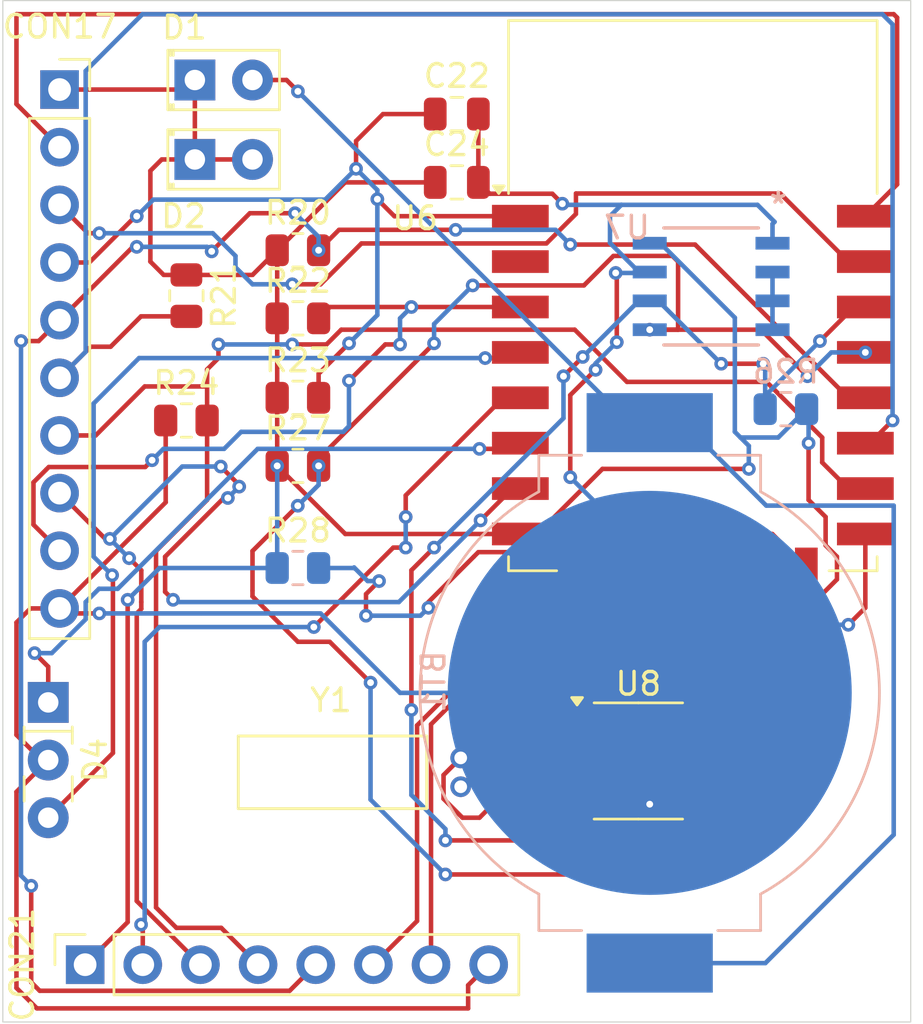
<source format=kicad_pcb>
(kicad_pcb (version 20240108) (generator "pcbnew") (generator_version "8.0")
  (layers (0 "F.Cu" signal) (31 "B.Cu" signal) (34 "B.Paste" user) (35 "F.Paste" user) (36 "B.SilkS" user "B.Silkscreen") (37 "F.SilkS" user "F.Silkscreen") (38 "B.Mask" user) (39 "F.Mask" user) (44 "Edge.Cuts" user))
  (net 0 "")
  (net 1 "GND")
  (net 2 "/RESET")
  (net 3 "VCC")
  (net 4 "Net-(BT1-+)")
  (net 5 "/R_LED")
  (net 6 "/G_LED")
  (net 7 "/SW_RESET")
  (net 8 "/GPIO2")
  (net 9 "/ENABLE")
  (net 10 "/COMM_TX")
  (net 11 "/SCL")
  (net 12 "/SDA")
  (net 13 "/GPIO6")
  (net 15 "/COMM_RX")
  (net 16 "/DEBUG_TX")
  (net 17 "/GPIO9")
  (net 18 "/LOAD_CONTROL")
  (net 19 "/DEBUG_RX")
  (net 23 "/GPIO10")
  (net 24 "Net-(U8-OSCI)")
  (net 25 "Net-(U8-OSCO)")
  (footprint "RF_Module:ESP-12E" (layer "F.Cu") (at 235.4 48.5)
    (property "Reference" "U6" (at -12.235 -3.41 0) (layer "F.SilkS"))
    (property "Value" "ESP-12E" (hide yes))
    (pad "1" smd rect (at -7.6 -3.5) (size 2.5 1) (layers "F.Cu" "F.Paste" "F.Mask") (net 2 "/RESET"))
    (pad "2" smd rect (at -7.6 -1.5) (size 2.5 1) (layers "F.Cu" "F.Paste" "F.Mask"))
    (pad "3" smd rect (at -7.6 0.5) (size 2.5 1) (layers "F.Cu" "F.Paste" "F.Mask") (net 9 "/ENABLE"))
    (pad "4" smd rect (at -7.6 2.5) (size 2.5 1) (layers "F.Cu" "F.Paste" "F.Mask") (net 6 "/G_LED"))
    (pad "5" smd rect (at -7.6 4.5) (size 2.5 1) (layers "F.Cu" "F.Paste" "F.Mask") (net 18 "/LOAD_CONTROL"))
    (pad "6" smd rect (at -7.6 6.5) (size 2.5 1) (layers "F.Cu" "F.Paste" "F.Mask") (net 5 "/R_LED"))
    (pad "7" smd rect (at -7.6 8.5) (size 2.5 1) (layers "F.Cu" "F.Paste" "F.Mask") (net 15 "/COMM_RX"))
    (pad "8" smd rect (at -7.6 10.5) (size 2.5 1) (layers "F.Cu" "F.Paste" "F.Mask") (net 3 "VCC"))
    (pad "9" smd rect (at -5 12) (size 1 1.8) (layers "F.Cu" "F.Paste" "F.Mask"))
    (pad "10" smd rect (at -3 12) (size 1 1.8) (layers "F.Cu" "F.Paste" "F.Mask"))
    (pad "11" smd rect (at -1 12) (size 1 1.8) (layers "F.Cu" "F.Paste" "F.Mask") (net 17 "/GPIO9"))
    (pad "12" smd rect (at 1 12) (size 1 1.8) (layers "F.Cu" "F.Paste" "F.Mask") (net 23 "/GPIO10"))
    (pad "13" smd rect (at 3 12) (size 1 1.8) (layers "F.Cu" "F.Paste" "F.Mask"))
    (pad "14" smd rect (at 5 12) (size 1 1.8) (layers "F.Cu" "F.Paste" "F.Mask") (net 13 "/GPIO6"))
    (pad "15" smd rect (at 7.6 10.5) (size 2.5 1) (layers "F.Cu" "F.Paste" "F.Mask") (net 1 "GND"))
    (pad "16" smd rect (at 7.6 8.5) (size 2.5 1) (layers "F.Cu" "F.Paste" "F.Mask") (net 10 "/COMM_TX"))
    (pad "17" smd rect (at 7.6 6.5) (size 2.5 1) (layers "F.Cu" "F.Paste" "F.Mask") (net 8 "/GPIO2"))
    (pad "18" smd rect (at 7.6 4.5) (size 2.5 1) (layers "F.Cu" "F.Paste" "F.Mask") (net 7 "/SW_RESET"))
    (pad "19" smd rect (at 7.6 2.5) (size 2.5 1) (layers "F.Cu" "F.Paste" "F.Mask") (net 12 "/SDA"))
    (pad "20" smd rect (at 7.6 0.5) (size 2.5 1) (layers "F.Cu" "F.Paste" "F.Mask") (net 11 "/SCL"))
    (pad "21" smd rect (at 7.6 -1.5) (size 2.5 1) (layers "F.Cu" "F.Paste" "F.Mask") (net 19 "/DEBUG_RX"))
    (pad "22" smd rect (at 7.6 -3.5) (size 2.5 1) (layers "F.Cu" "F.Paste" "F.Mask") (net 16 "/DEBUG_TX"))
  )
  (footprint "Capacitor_SMD:C_0805_2012Metric" (layer "F.Cu") (at 225 43.51)
    (property "Reference" "C24" (at 0 -1.68 0) (layer "F.SilkS"))
    (property "Value" "100nF")
    (pad "1" smd roundrect (at -0.95 0) (size 1 1.45) (layers "F.Cu" "F.Paste" "F.Mask") (net 3 "VCC"))
    (pad "2" smd roundrect (at 0.95 0) (size 1 1.45) (layers "F.Cu" "F.Paste" "F.Mask") (net 1 "GND"))
  )
  (footprint "Resistor_SMD:R_0805_2012Metric" (layer "F.Cu") (at 213.0875 54)
    (property "Reference" "R24" (at 0 -1.65 360) (layer "F.SilkS"))
    (property "Value" "12K" (hide yes))
    (pad "1" smd roundrect (at -0.9125 0) (size 1.025 1.4) (layers "F.Cu" "F.Paste" "F.Mask") (roundrect_rratio 0.243902) (net 1 "GND"))
    (pad "2" smd roundrect (at 0.9125 0) (size 1.025 1.4) (layers "F.Cu" "F.Paste" "F.Mask") (roundrect_rratio 0.243902) (net 10 "/COMM_TX"))
  )
  (footprint "Xtal_32.768:XTAL_AB38T-32.768KHZ" (layer "F.Cu") (at 225.1725 69.5)
    (property "Reference" "Y1" (at -5.715 -3.175 360) (layer "F.SilkS"))
    (property "Value" "AB38T-32.768KHZ" (hide yes))
    (pad "1" thru_hole circle (at 0 -0.635) (size 0.91 0.91) (drill 0.56) (layers "*.Cu" "*.Mask") (net 25 "Net-(U8-OSCO)"))
    (pad "2" thru_hole circle (at 0 0.635) (size 0.91 0.91) (drill 0.56) (layers "*.Cu" "*.Mask") (net 24 "Net-(U8-OSCI)"))
  )
  (footprint "Package_SO:SOIC-8_3.9x4.9mm_P1.27mm" (layer "F.Cu") (at 233 69)
    (property "Reference" "U8" (at 0 -3.4 0) (layer "F.SilkS"))
    (property "Value" "PCF8563T" (hide yes))
    (pad "1" smd roundrect (at -2.475 -1.905) (size 1.95 0.6) (layers "F.Cu" "F.Paste" "F.Mask") (net 24 "Net-(U8-OSCI)"))
    (pad "2" smd roundrect (at -2.475 -0.635) (size 1.95 0.6) (layers "F.Cu" "F.Paste" "F.Mask") (net 25 "Net-(U8-OSCO)"))
    (pad "3" smd roundrect (at -2.475 0.635) (size 1.95 0.6) (layers "F.Cu" "F.Paste" "F.Mask") (net 13 "/GPIO6"))
    (pad "4" smd roundrect (at -2.475 1.905) (size 1.95 0.6) (layers "F.Cu" "F.Paste" "F.Mask") (net 1 "GND"))
    (pad "5" smd roundrect (at 2.475 1.905) (size 1.95 0.6) (layers "F.Cu" "F.Paste" "F.Mask") (net 11 "/SCL"))
    (pad "6" smd roundrect (at 2.475 0.635) (size 1.95 0.6) (layers "F.Cu" "F.Paste" "F.Mask") (net 12 "/SDA"))
    (pad "7" smd roundrect (at 2.475 -0.635) (size 1.95 0.6) (layers "F.Cu" "F.Paste" "F.Mask"))
    (pad "8" smd roundrect (at 2.475 -1.905) (size 1.95 0.6) (layers "F.Cu" "F.Paste" "F.Mask") (net 3 "VCC"))
  )
  (footprint "Resistor_SMD:R_0805_2012Metric" (layer "F.Cu") (at 218 49.5)
    (property "Reference" "R22" (at 0 -1.65 360) (layer "F.SilkS"))
    (property "Value" "12K" (hide yes))
    (pad "1" smd roundrect (at -0.9125 0) (size 1.025 1.4) (layers "F.Cu" "F.Paste" "F.Mask") (roundrect_rratio 0.243902) (net 3 "VCC"))
    (pad "2" smd roundrect (at 0.9125 0) (size 1.025 1.4) (layers "F.Cu" "F.Paste" "F.Mask") (roundrect_rratio 0.243902) (net 9 "/ENABLE"))
  )
  (footprint "Connector_PinSocket_2.54mm:PinSocket_1x10_P2.54mm_Vertical" (layer "F.Cu") (at 207.5 39.42)
    (property "Reference" "CON17" (at 0 -2.77 0) (layer "F.SilkS"))
    (property "Value" "Conn_01x10_MountingPin" (hide yes))
    (pad "1" thru_hole rect (at 0 0) (size 1.7 1.7) (drill 1) (layers "*.Cu" "*.Mask") (net 3 "VCC"))
    (pad "2" thru_hole oval (at 0 2.54) (size 1.7 1.7) (drill 1) (layers "*.Cu" "*.Mask") (net 16 "/DEBUG_TX"))
    (pad "3" thru_hole oval (at 0 5.08) (size 1.7 1.7) (drill 1) (layers "*.Cu" "*.Mask") (net 19 "/DEBUG_RX"))
    (pad "4" thru_hole oval (at 0 7.62) (size 1.7 1.7) (drill 1) (layers "*.Cu" "*.Mask") (net 2 "/RESET"))
    (pad "5" thru_hole oval (at 0 10.16) (size 1.7 1.7) (drill 1) (layers "*.Cu" "*.Mask") (net 7 "/SW_RESET"))
    (pad "6" thru_hole oval (at 0 12.7) (size 1.7 1.7) (drill 1) (layers "*.Cu" "*.Mask") (net 8 "/GPIO2"))
    (pad "7" thru_hole oval (at 0 15.24) (size 1.7 1.7) (drill 1) (layers "*.Cu" "*.Mask") (net 10 "/COMM_TX"))
    (pad "8" thru_hole oval (at 0 17.78) (size 1.7 1.7) (drill 1) (layers "*.Cu" "*.Mask") (net 15 "/COMM_RX"))
    (pad "9" thru_hole oval (at 0 20.32) (size 1.7 1.7) (drill 1) (layers "*.Cu" "*.Mask") (net 9 "/ENABLE"))
    (pad "10" thru_hole oval (at 0 22.86) (size 1.7 1.7) (drill 1) (layers "*.Cu" "*.Mask") (net 1 "GND"))
  )
  (footprint "Resistor_SMD:R_0805_2012Metric" (layer "F.Cu") (at 218 53)
    (property "Reference" "R23" (at 0 -1.65 360) (layer "F.SilkS"))
    (property "Value" "12K" (hide yes))
    (pad "1" smd roundrect (at -0.9125 0) (size 1.025 1.4) (layers "F.Cu" "F.Paste" "F.Mask") (roundrect_rratio 0.243902) (net 3 "VCC"))
    (pad "2" smd roundrect (at 0.9125 0) (size 1.025 1.4) (layers "F.Cu" "F.Paste" "F.Mask") (roundrect_rratio 0.243902) (net 2 "/RESET"))
  )
  (footprint "Capacitor_SMD:C_0805_2012Metric" (layer "F.Cu") (at 225 40.5)
    (property "Reference" "C22" (at 0 -1.68 0) (layer "F.SilkS"))
    (property "Value" "470pF")
    (pad "1" smd roundrect (at -0.95 0) (size 1 1.45) (layers "F.Cu" "F.Paste" "F.Mask") (net 2 "/RESET"))
    (pad "2" smd roundrect (at 0.95 0) (size 1 1.45) (layers "F.Cu" "F.Paste" "F.Mask") (net 1 "GND"))
  )
  (footprint "LED_THT:LED_Rectangular_W5.0mm_H2.0mm-3Pins" (layer "F.Cu") (at 207 66.42 -90)
    (property "Reference" "D4" (at 2.54 -2.06 90) (layer "F.SilkS"))
    (property "Value" "LED_Dual_KKA" (hide yes))
    (pad "1" thru_hole rect (at 0 0 270) (size 1.8 1.8) (drill 0.9) (layers "*.Cu" "*.Mask") (net 5 "/R_LED"))
    (pad "2" thru_hole circle (at 2.54 0 270) (size 1.8 1.8) (drill 0.9) (layers "*.Cu" "*.Mask") (net 1 "GND"))
    (pad "3" thru_hole circle (at 5.08 0 270) (size 1.8 1.8) (drill 0.9) (layers "*.Cu" "*.Mask") (net 6 "/G_LED"))
  )
  (footprint "LED_THT:LED_D2.0mm_W4.8mm_H2.5mm_FlatTop" (layer "F.Cu") (at 213.46 39)
    (property "Reference" "D1" (at -0.46 -2.31 360) (layer "F.SilkS"))
    (property "Value" "1N4148" (hide yes))
    (pad "1" thru_hole rect (at 0 0) (size 1.8 1.8) (drill 0.9) (layers "*.Cu" "*.Mask") (net 3 "VCC"))
    (pad "2" thru_hole circle (at 2.54 0) (size 1.8 1.8) (drill 0.9) (layers "*.Cu" "*.Mask") (net 4 "Net-(BT1-+)"))
  )
  (footprint "Resistor_SMD:R_0805_2012Metric" (layer "F.Cu") (at 213.0875 48.5 -90)
    (property "Reference" "R21" (at 0 -1.65 90) (layer "F.SilkS"))
    (property "Value" "12K" (hide yes))
    (pad "1" smd roundrect (at -0.9125 0 270) (size 1.025 1.4) (layers "F.Cu" "F.Paste" "F.Mask") (roundrect_rratio 0.243902) (net 3 "VCC"))
    (pad "2" smd roundrect (at 0.9125 0 270) (size 1.025 1.4) (layers "F.Cu" "F.Paste" "F.Mask") (roundrect_rratio 0.243902) (net 8 "/GPIO2"))
  )
  (footprint "Resistor_SMD:R_0805_2012Metric" (layer "F.Cu") (at 218 46.5)
    (property "Reference" "R20" (at 0 -1.65 360) (layer "F.SilkS"))
    (property "Value" "12K" (hide yes))
    (pad "1" smd roundrect (at -0.9125 0) (size 1.025 1.4) (layers "F.Cu" "F.Paste" "F.Mask") (roundrect_rratio 0.243902) (net 3 "VCC"))
    (pad "2" smd roundrect (at 0.9125 0) (size 1.025 1.4) (layers "F.Cu" "F.Paste" "F.Mask") (roundrect_rratio 0.243902) (net 7 "/SW_RESET"))
  )
  (footprint "Resistor_SMD:R_0805_2012Metric" (layer "F.Cu") (at 218 56)
    (property "Reference" "R27" (at 0 -1.65 360) (layer "F.SilkS"))
    (property "Value" "1K")
    (pad "1" smd roundrect (at -0.9125 0) (size 1.025 1.4) (layers "F.Cu" "F.Paste" "F.Mask") (roundrect_rratio 0.243902) (net 3 "VCC"))
    (pad "2" smd roundrect (at 0.9125 0) (size 1.025 1.4) (layers "F.Cu" "F.Paste" "F.Mask") (roundrect_rratio 0.243902) (net 12 "/SDA"))
  )
  (footprint "Connector_PinSocket_2.54mm:PinSocket_1x08_P2.54mm_Vertical" (layer "F.Cu") (at 208.625 77.975 90)
    (property "Reference" "CON21" (at 0 -2.77 270) (layer "F.SilkS"))
    (property "Value" "Conn_01x08_MountingPin" (hide yes))
    (pad "1" thru_hole rect (at 0 0 90) (size 1.7 1.7) (drill 1) (layers "*.Cu" "*.Mask") (net 3 "VCC"))
    (pad "2" thru_hole oval (at 0 2.54 90) (size 1.7 1.7) (drill 1) (layers "*.Cu" "*.Mask") (net 18 "/LOAD_CONTROL"))
    (pad "3" thru_hole oval (at 0 5.08 90) (size 1.7 1.7) (drill 1) (layers "*.Cu" "*.Mask") (net 15 "/COMM_RX"))
    (pad "4" thru_hole oval (at 0 7.62 90) (size 1.7 1.7) (drill 1) (layers "*.Cu" "*.Mask") (net 10 "/COMM_TX"))
    (pad "5" thru_hole oval (at 0 10.16 90) (size 1.7 1.7) (drill 1) (layers "*.Cu" "*.Mask") (net 7 "/SW_RESET"))
    (pad "6" thru_hole oval (at 0 12.7 90) (size 1.7 1.7) (drill 1) (layers "*.Cu" "*.Mask") (net 17 "/GPIO9"))
    (pad "7" thru_hole oval (at 0 15.24 90) (size 1.7 1.7) (drill 1) (layers "*.Cu" "*.Mask") (net 23 "/GPIO10"))
    (pad "8" thru_hole oval (at 0 17.78 90) (size 1.7 1.7) (drill 1) (layers "*.Cu" "*.Mask") (net 1 "GND"))
  )
  (footprint "LED_THT:LED_D2.0mm_W4.8mm_H2.5mm_FlatTop" (layer "F.Cu") (at 213.46 42.5)
    (property "Reference" "D2" (at -0.5 2.5 0) (layer "F.SilkS"))
    (property "Value" "1N4148" (hide yes))
    (pad "1" thru_hole rect (at 0 0) (size 1.8 1.8) (drill 0.9) (layers "*.Cu" "*.Mask") (net 3 "VCC"))
    (pad "2" thru_hole circle (at 2.54 0) (size 1.8 1.8) (drill 0.9) (layers "*.Cu" "*.Mask") (net 3 "VCC"))
  )
  (footprint "Resistor_SMD:R_0805_2012Metric" (layer "B.Cu") (at 218 60.5 180)
    (property "Reference" "R28" (at 0 1.65 180) (layer "F.SilkS"))
    (property "Value" "1K")
    (pad "1" smd roundrect (at -0.9125 0 180) (size 1.025 1.4) (layers "B.Cu" "B.Paste" "B.Mask") (roundrect_rratio 0.243902) (net 13 "/GPIO6"))
    (pad "2" smd roundrect (at 0.9125 0 180) (size 1.025 1.4) (layers "B.Cu" "B.Paste" "B.Mask") (roundrect_rratio 0.243902) (net 3 "VCC"))
  )
  (footprint "Resistor_SMD:R_0805_2012Metric" (layer "B.Cu") (at 239.5 53.5 180)
    (property "Reference" "R26" (at 0 1.65 180) (layer "B.SilkS") (effects (justify mirror)))
    (property "Value" "1K")
    (pad "1" smd roundrect (at -0.9125 0 180) (size 1.025 1.4) (layers "B.Cu" "B.Paste" "B.Mask") (roundrect_rratio 0.243902) (net 3 "VCC"))
    (pad "2" smd roundrect (at 0.9125 0 180) (size 1.025 1.4) (layers "B.Cu" "B.Paste" "B.Mask") (roundrect_rratio 0.243902) (net 11 "/SCL"))
  )
  (footprint "Battery:BatteryHolder_MPD_BC2003_1x2032" (layer "B.Cu") (at 233.5 66 -90)
    (property "Reference" "BT1" (at -0.5 9.525 90) (layer "B.SilkS") (effects (justify mirror)))
    (property "Value" "Battery")
    (pad "1" smd rect (at -11.905 0 270) (size 2.6 5.56) (layers "B.Cu" "B.Paste" "B.Mask") (net 4 "Net-(BT1-+)"))
    (pad "1" smd rect (at 11.905 0 270) (size 2.6 5.56) (layers "B.Cu" "B.Paste" "B.Mask") (net 4 "Net-(BT1-+)"))
    (pad "2" smd circle (at 0 0 270) (size 17.8 17.8) (layers "B.Cu" "B.Mask") (net 1 "GND"))
  )
  (footprint "AT24C32:SOIC8_ONS" (layer "B.Cu") (at 236.2051 48.095 180)
    (property "Reference" "U7" (at 3.7051 2.595 0) (layer "B.SilkS") (effects (justify mirror)))
    (property "Value" "CAT24C32WI-GT3")
    (fp_text user "*" (at -2.9591 3.6068 180) (layer "B.SilkS") (effects (justify mirror)))
    (fp_text user "*" (at -2.9591 3.6068 0) (layer "B.SilkS") (effects (justify mirror)))
    (pad "1" smd rect (at -2.7051 1.905 180) (size 1.4986 0.5588) (layers "B.Cu" "B.Paste" "B.Mask") (net 1 "GND"))
    (pad "2" smd rect (at -2.7051 0.635 180) (size 1.4986 0.5588) (layers "B.Cu" "B.Paste" "B.Mask") (net 1 "GND"))
    (pad "3" smd rect (at -2.7051 -0.635 180) (size 1.4986 0.5588) (layers "B.Cu" "B.Paste" "B.Mask") (net 1 "GND"))
    (pad "4" smd rect (at -2.7051 -1.905 180) (size 1.4986 0.5588) (layers "B.Cu" "B.Paste" "B.Mask") (net 1 "GND"))
    (pad "5" smd rect (at 2.7051 -1.905 180) (size 1.4986 0.5588) (layers "B.Cu" "B.Paste" "B.Mask") (net 12 "/SDA"))
    (pad "6" smd rect (at 2.7051 -0.635 180) (size 1.4986 0.5588) (layers "B.Cu" "B.Paste" "B.Mask") (net 11 "/SCL"))
    (pad "7" smd rect (at 2.7051 0.635 180) (size 1.4986 0.5588) (layers "B.Cu" "B.Paste" "B.Mask") (net 1 "GND"))
    (pad "8" smd rect (at 2.7051 1.905 180) (size 1.4986 0.5588) (layers "B.Cu" "B.Paste" "B.Mask") (net 3 "VCC"))
  )
  (gr_rect (start 205 35.5) (end 245 80.5) (stroke (width 0.05)) (fill none) (layer "Edge.Cuts"))
  (segment (start 206.22 62.28) (end 205.6 62.9) (width 0.2) (layer "F.Cu") (net 1))
  (segment (start 230.525 70.905) (end 233.5 70.905) (width 0.2) (layer "F.Cu") (net 1))
  (segment (start 205.6 62.9) (end 205.6 67.85) (width 0.2) (layer "F.Cu") (net 1))
  (segment (start 225.5 79.9) (end 206.5 79.9) (width 0.2) (layer "F.Cu") (net 1))
  (segment (start 205.6 67.85) (end 206.71 68.96) (width 0.2) (layer "F.Cu") (net 1))
  (segment (start 243 62.25) (end 242.25 63) (width 0.2) (layer "F.Cu") (net 1))
  (segment (start 212.175 54) (end 212.175 57.605) (width 0.2) (layer "F.Cu") (net 1))
  (segment (start 206.5 79.9) (end 205.6 79) (width 0.2) (layer "F.Cu") (net 1))
  (segment (start 205.6 70.36) (end 207 68.96) (width 0.2) (layer "F.Cu") (net 1))
  (segment (start 230 56.5) (end 230 52.881376) (width 0.2) (layer "F.Cu") (net 1))
  (segment (start 225.95 43.51) (end 226.449938 44.009938) (width 0.2) (layer "F.Cu") (net 1))
  (segment (start 207.5 62.28) (end 206.22 62.28) (width 0.2) (layer "F.Cu") (net 1))
  (segment (start 230 52.881376) (end 231.114953 51.766423) (width 0.2) (layer "F.Cu") (net 1))
  (segment (start 225.5 78.88) (end 226.405 77.975) (width 0.2) (layer "F.Cu") (net 1))
  (segment (start 225.95 40.5) (end 225.95 43.51) (width 0.2) (layer "F.Cu") (net 1))
  (segment (start 232.049265 50.549265) (end 232.049265 47.549265) (width 0.2) (layer "F.Cu") (net 1))
  (segment (start 205.6 79) (end 205.6 70.36) (width 0.2) (layer "F.Cu") (net 1))
  (segment (start 232.049265 47.549265) (end 232 47.5) (width 0.2) (layer "F.Cu") (net 1))
  (segment (start 226.449938 44.009938) (end 229.209938 44.009938) (width 0.2) (layer "F.Cu") (net 1))
  (segment (start 225.5 79.9) (end 225.5 78.88) (width 0.2) (layer "F.Cu") (net 1))
  (segment (start 212.175 57.605) (end 207.5 62.28) (width 0.2) (layer "F.Cu") (net 1))
  (segment (start 209.25 62.5) (end 207.72 62.5) (width 0.2) (layer "F.Cu") (net 1))
  (segment (start 207.72 62.5) (end 207.5 62.28) (width 0.2) (layer "F.Cu") (net 1))
  (segment (start 243 59) (end 243 62.25) (width 0.2) (layer "F.Cu") (net 1))
  (segment (start 206.71 68.96) (end 207 68.96) (width 0.2) (layer "F.Cu") (net 1))
  (segment (start 229.209938 44.009938) (end 229.65 44.45) (width 0.2) (layer "F.Cu") (net 1))
  (via (at 231.114953 51.766423) (size 0.6) (drill 0.3) (layers "F.Cu" "B.Cu") (net 1))
  (via (at 232.049265 50.549265) (size 0.6) (drill 0.3) (layers "F.Cu" "B.Cu") (net 1))
  (via (at 229.65 44.45) (size 0.6) (drill 0.3) (layers "F.Cu" "B.Cu") (net 1))
  (via (at 230 56.5) (size 0.6) (drill 0.3) (layers "F.Cu" "B.Cu") (net 1))
  (via (at 242.25 63) (size 0.6) (drill 0.3) (layers "F.Cu" "B.Cu") (net 1))
  (via (at 209.25 62.5) (size 0.6) (drill 0.3) (layers "F.Cu" "B.Cu") (net 1))
  (via (at 233.5 70.905) (size 0.6) (drill 0.3) (layers "F.Cu" "B.Cu") (net 1))
  (via (at 232 47.5) (size 0.6) (drill 0.3) (layers "F.Cu" "B.Cu") (net 1))
  (segment (start 238.25 44.5) (end 239 45.25) (width 0.2) (layer "B.Cu") (net 1))
  (segment (start 232.25 44.5) (end 238.25 44.5) (width 0.2) (layer "B.Cu") (net 1))
  (segment (start 236.5 63) (end 233.5 66) (width 0.2) (layer "B.Cu") (net 1))
  (segment (start 233.5 60) (end 230 56.5) (width 0.2) (layer "B.Cu") (net 1))
  (segment (start 229.65 44.45) (end 229.7 44.5) (width 0.2) (layer "B.Cu") (net 1))
  (segment (start 229.7 44.5) (end 232.25 44.5) (width 0.2) (layer "B.Cu") (net 1))
  (segment (start 213.75 62.5) (end 209.25 62.5) (width 0.2) (layer "B.Cu") (net 1))
  (segment (start 222.5 66) (end 222.25 65.75) (width 0.2) (layer "B.Cu") (net 1))
  (segment (start 231.114953 51.766423) (end 231.114953 51.483577) (width 0.2) (layer "B.Cu") (net 1))
  (segment (start 233.46 47.5) (end 233.5 47.46) (width 0.2) (layer "B.Cu") (net 1))
  (segment (start 233.0301 47.46) (end 231.75 46.1799) (width 0.2) (layer "B.Cu") (net 1))
  (segment (start 232 47.5) (end 233.46 47.5) (width 0.2) (layer "B.Cu") (net 1))
  (segment (start 219 62.5) (end 213.75 62.5) (width 0.2) (layer "B.Cu") (net 1))
  (segment (start 238.9102 48.73) (end 238.9102 50) (width 0.2) (layer "B.Cu") (net 1))
  (segment (start 231.114953 51.483577) (end 232.049265 50.549265) (width 0.2) (layer "B.Cu") (net 1))
  (segment (start 231.75 45) (end 232.25 44.5) (width 0.2) (layer "B.Cu") (net 1))
  (segment (start 238.9102 47.46) (end 238.9102 48.73) (width 0.2) (layer "B.Cu") (net 1))
  (segment (start 231.75 46.1799) (end 231.75 45) (width 0.2) (layer "B.Cu") (net 1))
  (segment (start 233.5 47.46) (end 233.0301 47.46) (width 0.2) (layer "B.Cu") (net 1))
  (segment (start 242.25 63) (end 236.5 63) (width 0.2) (layer "B.Cu") (net 1))
  (segment (start 233.5 66) (end 233.5 60) (width 0.2) (layer "B.Cu") (net 1))
  (segment (start 238.9102 45.3398) (end 238.9102 46.19) (width 0.2) (layer "B.Cu") (net 1))
  (segment (start 222.25 65.75) (end 219 62.5) (width 0.2) (layer "B.Cu") (net 1))
  (segment (start 233.5 66) (end 222.5 66) (width 0.2) (layer "B.Cu") (net 1))
  (segment (start 239 45.25) (end 238.9102 45.3398) (width 0.2) (layer "B.Cu") (net 1))
  (segment (start 210.848529 45) (end 210.9 45) (width 0.2) (layer "F.Cu") (net 2))
  (segment (start 221.75 40.5) (end 224.05 40.5) (width 0.2) (layer "F.Cu") (net 2))
  (segment (start 220.561473 42.91) (end 220.561473 41.688527) (width 0.2) (layer "F.Cu") (net 2))
  (segment (start 220.561473 41.688527) (end 221.75 40.5) (width 0.2) (layer "F.Cu") (net 2))
  (segment (start 218.9125 53) (end 218.9125 51.941637) (width 0.2) (layer "F.Cu") (net 2))
  (segment (start 222.25 45) (end 221.5 44.25) (width 0.2) (layer "F.Cu") (net 2))
  (segment (start 227.8 45) (end 222.25 45) (width 0.2) (layer "F.Cu") (net 2))
  (segment (start 218.9125 51.941637) (end 220.254137 50.6) (width 0.2) (layer "F.Cu") (net 2))
  (segment (start 207.5 47.04) (end 208.808529 47.04) (width 0.2) (layer "F.Cu") (net 2))
  (segment (start 208.808529 47.04) (end 210.848529 45) (width 0.2) (layer "F.Cu") (net 2))
  (via (at 220.561473 42.91) (size 0.6) (drill 0.3) (layers "F.Cu" "B.Cu") (net 2))
  (via (at 210.9 45) (size 0.6) (drill 0.3) (layers "F.Cu" "B.Cu") (net 2))
  (via (at 221.5 44.25) (size 0.6) (drill 0.3) (layers "F.Cu" "B.Cu") (net 2))
  (via (at 220.254137 50.6) (size 0.6) (drill 0.3) (layers "F.Cu" "B.Cu") (net 2))
  (segment (start 221.5 44.25) (end 221.5 43.848527) (width 0.2) (layer "B.Cu") (net 2))
  (segment (start 210.9 45) (end 211.630515 44.269485) (width 0.2) (layer "B.Cu") (net 2))
  (segment (start 220.254137 50.6) (end 221.5 49.354137) (width 0.2) (layer "B.Cu") (net 2))
  (segment (start 221.5 43.848527) (end 220.561473 42.91) (width 0.2) (layer "B.Cu") (net 2))
  (segment (start 219.201988 44.269485) (end 220.561473 42.91) (width 0.2) (layer "B.Cu") (net 2))
  (segment (start 221.5 49.354137) (end 221.5 44.25) (width 0.2) (layer "B.Cu") (net 2))
  (segment (start 211.630515 44.269485) (end 219.201988 44.269485) (width 0.2) (layer "B.Cu") (net 2))
  (segment (start 213.46 42.5) (end 212 42.5) (width 0.2) (layer "F.Cu") (net 3))
  (segment (start 237.866765 56.133235) (end 231.416765 56.133235) (width 0.2) (layer "F.Cu") (net 3))
  (segment (start 217.0875 49.5) (end 217.0875 46.5) (width 0.2) (layer "F.Cu") (net 3))
  (segment (start 241.25 59.5) (end 241.25 58.25) (width 0.2) (layer "F.Cu") (net 3))
  (segment (start 216 47.5875) (end 217.0875 46.5) (width 0.2) (layer "F.Cu") (net 3))
  (segment (start 207.5 39.42) (end 213.04 39.42) (width 0.2) (layer "F.Cu") (net 3))
  (segment (start 220.0775 43.51) (end 224.05 43.51) (width 0.2) (layer "F.Cu") (net 3))
  (segment (start 213.46 42.5) (end 213.46 39) (width 0.2) (layer "F.Cu") (net 3))
  (segment (start 216 42.5) (end 213.46 42.5) (width 0.2) (layer "F.Cu") (net 3))
  (segment (start 213.0875 47.5875) (end 216 47.5875) (width 0.2) (layer "F.Cu") (net 3))
  (segment (start 241.25 58.25) (end 240.5 57.5) (width 0.2) (layer "F.Cu") (net 3))
  (segment (start 231.416765 56.133235) (end 228.55 59) (width 0.2) (layer "F.Cu") (net 3))
  (segment (start 212 42.5) (end 211.5 43) (width 0.2) (layer "F.Cu") (net 3))
  (segment (start 220.0875 59) (end 227.8 59) (width 0.2) (layer "F.Cu") (net 3))
  (segment (start 241.75 60.25) (end 241.75 60) (width 0.2) (layer "F.Cu") (net 3))
  (segment (start 241.75 61) (end 241.75 60.25) (width 0.2) (layer "F.Cu") (net 3))
  (segment (start 235.475 67.095) (end 235.655 67.095) (width 0.2) (layer "F.Cu") (net 3))
  (segment (start 228.55 59) (end 227.8 59) (width 0.2) (layer "F.Cu") (net 3))
  (segment (start 217.0875 56) (end 217.0875 53) (width 0.2) (layer "F.Cu") (net 3))
  (segment (start 240.5 57.5) (end 240.5 55) (width 0.2) (layer "F.Cu") (net 3))
  (segment (start 212.0875 47.5875) (end 213.0875 47.5875) (width 0.2) (layer "F.Cu") (net 3))
  (segment (start 217.0875 46.5) (end 220.0775 43.51) (width 0.2) (layer "F.Cu") (net 3))
  (segment (start 211.5 43) (end 211.5 47) (width 0.2) (layer "F.Cu") (net 3))
  (segment (start 241.75 60) (end 241.25 59.5) (width 0.2) (layer "F.Cu") (net 3))
  (segment (start 210.5 61.9) (end 210.5 76.1) (width 0.2) (layer "F.Cu") (net 3))
  (segment (start 210.5 76.1) (end 208.625 77.975) (width 0.2) (layer "F.Cu") (net 3))
  (segment (start 213.04 39.42) (end 213.46 39) (width 0.2) (layer "F.Cu") (net 3))
  (segment (start 217.0875 53) (end 217.0875 49.5) (width 0.2) (layer "F.Cu") (net 3))
  (segment (start 235.655 67.095) (end 241.75 61) (width 0.2) (layer "F.Cu") (net 3))
  (segment (start 211.5 47) (end 212.0875 47.5875) (width 0.2) (layer "F.Cu") (net 3))
  (segment (start 217.0875 56) (end 220.0875 59) (width 0.2) (layer "F.Cu") (net 3))
  (via (at 237.866765 56.133235) (size 0.6) (drill 0.3) (layers "F.Cu" "B.Cu") (net 3))
  (via (at 210.5 61.9) (size 0.6) (drill 0.3) (layers "F.Cu" "B.Cu") (net 3))
  (via (at 240.5 55) (size 0.6) (drill 0.3) (layers "F.Cu" "B.Cu") (net 3))
  (via (at 217.0875 56) (size 0.6) (drill 0.3) (layers "F.Cu" "B.Cu") (net 3))
  (segment (start 237.5 54.75) (end 239.1625 54.75) (width 0.2) (layer "B.Cu") (net 3))
  (segment (start 233.9699 46.19) (end 237.25 49.4701) (width 0.2) (layer "B.Cu") (net 3))
  (segment (start 233.5 46.19) (end 233.9699 46.19) (width 0.2) (layer "B.Cu") (net 3))
  (segment (start 237.25 54.5) (end 237.5 54.75) (width 0.2) (layer "B.Cu") (net 3))
  (segment (start 240.5 55) (end 240.5 53.5875) (width 0.2) (layer "B.Cu") (net 3))
  (segment (start 237.25 49.4701) (end 237.25 54.5) (width 0.2) (layer "B.Cu") (net 3))
  (segment (start 239.1625 54.75) (end 240.4125 53.5) (width 0.2) (layer "B.Cu") (net 3))
  (segment (start 217.0875 60.5) (end 211.9 60.5) (width 0.2) (layer "B.Cu") (net 3))
  (segment (start 217.0875 60.5) (end 217.0875 56) (width 0.2) (layer "B.Cu") (net 3))
  (segment (start 237.5 54.75) (end 237.866765 55.116765) (width 0.2) (layer "B.Cu") (net 3))
  (segment (start 237.866765 55.116765) (end 237.866765 56.133235) (width 0.2) (layer "B.Cu") (net 3))
  (segment (start 211.9 60.5) (end 210.5 61.9) (width 0.2) (layer "B.Cu") (net 3))
  (segment (start 240.5 53.5875) (end 240.4125 53.5) (width 0.2) (layer "B.Cu") (net 3))
  (segment (start 217.5 39) (end 218 39.5) (width 0.2) (layer "F.Cu") (net 4))
  (segment (start 216 39) (end 217.5 39) (width 0.2) (layer "F.Cu") (net 4))
  (via (at 218 39.5) (size 0.6) (drill 0.3) (layers "F.Cu" "B.Cu") (net 4))
  (segment (start 232.595 54.095) (end 233.5 54.095) (width 0.2) (layer "B.Cu") (net 4))
  (segment (start 238.635 57.75) (end 234.98 54.095) (width 0.2) (layer "B.Cu") (net 4))
  (segment (start 233.5 77.905) (end 238.595 77.905) (width 0.2) (layer "B.Cu") (net 4))
  (segment (start 218 39.5) (end 232.595 54.095) (width 0.2) (layer "B.Cu") (net 4))
  (segment (start 244.25 72.25) (end 244.25 57.75) (width 0.2) (layer "B.Cu") (net 4))
  (segment (start 244.25 57.75) (end 238.635 57.75) (width 0.2) (layer "B.Cu") (net 4))
  (segment (start 234.98 54.095) (end 233.5 54.095) (width 0.2) (layer "B.Cu") (net 4))
  (segment (start 238.595 77.905) (end 244.25 72.25) (width 0.2) (layer "B.Cu") (net 4))
  (segment (start 207 64.85) (end 206.4 64.25) (width 0.2) (layer "F.Cu") (net 5))
  (segment (start 207 66.42) (end 207 64.85) (width 0.2) (layer "F.Cu") (net 5))
  (segment (start 226 55.25) (end 227.55 55.25) (width 0.2) (layer "F.Cu") (net 5))
  (segment (start 227.55 55.25) (end 227.8 55) (width 0.2) (layer "F.Cu") (net 5))
  (via (at 226 55.25) (size 0.6) (drill 0.3) (layers "F.Cu" "B.Cu") (net 5))
  (via (at 206.4 64.25) (size 0.6) (drill 0.3) (layers "F.Cu" "B.Cu") (net 5))
  (segment (start 207.156346 64.25) (end 208.65 62.756346) (width 0.2) (layer "B.Cu") (net 5))
  (segment (start 208.65 62) (end 209.235735 61.414265) (width 0.2) (layer "B.Cu") (net 5))
  (segment (start 209.235735 61.414265) (end 210.062794 61.414265) (width 0.2) (layer "B.Cu") (net 5))
  (segment (start 216.227059 55.25) (end 226 55.25) (width 0.2) (layer "B.Cu") (net 5))
  (segment (start 210.062794 61.414265) (end 216.227059 55.25) (width 0.2) (layer "B.Cu") (net 5))
  (segment (start 206.4 64.25) (end 207.156346 64.25) (width 0.2) (layer "B.Cu") (net 5))
  (segment (start 208.65 62.756346) (end 208.65 62) (width 0.2) (layer "B.Cu") (net 5))
  (segment (start 209.85 60.85) (end 209.814265 60.814265) (width 0.2) (layer "F.Cu") (net 6))
  (segment (start 227.55 51.25) (end 227.8 51) (width 0.2) (layer "F.Cu") (net 6))
  (segment (start 209.85 68.65) (end 209.85 60.85) (width 0.2) (layer "F.Cu") (net 6))
  (segment (start 226.25 51.25) (end 227.55 51.25) (width 0.2) (layer "F.Cu") (net 6))
  (segment (start 207 71.5) (end 209.85 68.65) (width 0.2) (layer "F.Cu") (net 6))
  (via (at 226.25 51.25) (size 0.6) (drill 0.3) (layers "F.Cu" "B.Cu") (net 6))
  (via (at 209.814265 60.814265) (size 0.6) (drill 0.3) (layers "F.Cu" "B.Cu") (net 6))
  (segment (start 209 60) (end 209 53.25) (width 0.2) (layer "B.Cu") (net 6))
  (segment (start 211 51.25) (end 226.25 51.25) (width 0.2) (layer "B.Cu") (net 6))
  (segment (start 210.75 51.5) (end 211 51.25) (width 0.2) (layer "B.Cu") (net 6))
  (segment (start 209 53.25) (end 210.75 51.5) (width 0.2) (layer "B.Cu") (net 6))
  (segment (start 209.814265 60.814265) (end 209 60) (width 0.2) (layer "B.Cu") (net 6))
  (segment (start 243 53) (end 242.25 53) (width 0.2) (layer "F.Cu") (net 7))
  (segment (start 219.8125 45.6) (end 218.9125 46.5) (width 0.2) (layer "F.Cu") (net 7))
  (segment (start 214.200735 46.549265) (end 215.880515 44.869485) (width 0.2) (layer "F.Cu") (net 7))
  (segment (start 206.625 79.125) (end 206.25 78.75) (width 0.2) (layer "F.Cu") (net 7))
  (segment (start 206.25 78.75) (end 206.25 74.5) (width 0.2) (layer "F.Cu") (net 7))
  (segment (start 207.5 49.58) (end 210.73 46.35) (width 0.2) (layer "F.Cu") (net 7))
  (segment (start 210.73 46.35) (end 210.9 46.35) (width 0.2) (layer "F.Cu") (net 7))
  (segment (start 206.58 50.5) (end 207.5 49.58) (width 0.2) (layer "F.Cu") (net 7))
  (segment (start 224.948528 45.6) (end 219.8125 45.6) (width 0.2) (layer "F.Cu") (net 7))
  (segment (start 218.785 77.975) (end 217.635 79.125) (width 0.2) (layer "F.Cu") (net 7))
  (segment (start 215.880515 44.869485) (end 217.869485 44.869485) (width 0.2) (layer "F.Cu") (net 7))
  (segment (start 217.635 79.125) (end 206.625 79.125) (width 0.2) (layer "F.Cu") (net 7))
  (segment (start 242.25 53) (end 235.5 46.25) (width 0.2) (layer "F.Cu") (net 7))
  (segment (start 205.8 50.5) (end 206.58 50.5) (width 0.2) (layer "F.Cu") (net 7))
  (segment (start 235.5 46.25) (end 230 46.25) (width 0.2) (layer "F.Cu") (net 7))
  (via (at 224.948528 45.6) (size 0.6) (drill 0.3) (layers "F.Cu" "B.Cu") (net 7))
  (via (at 205.8 50.5) (size 0.6) (drill 0.3) (layers "F.Cu" "B.Cu") (net 7))
  (via (at 217.869485 44.869485) (size 0.6) (drill 0.3) (layers "F.Cu" "B.Cu") (net 7))
  (via (at 230 46.25) (size 0.6) (drill 0.3) (layers "F.Cu" "B.Cu") (net 7))
  (via (at 218.9125 46.5) (size 0.6) (drill 0.3) (layers "F.Cu" "B.Cu") (net 7))
  (via (at 206.25 74.5) (size 0.6) (drill 0.3) (layers "F.Cu" "B.Cu") (net 7))
  (via (at 210.9 46.35) (size 0.6) (drill 0.3) (layers "F.Cu" "B.Cu") (net 7))
  (via (at 214.200735 46.549265) (size 0.6) (drill 0.3) (layers "F.Cu" "B.Cu") (net 7))
  (segment (start 214.00147 46.35) (end 214.200735 46.549265) (width 0.2) (layer "B.Cu") (net 7))
  (segment (start 210.9 46.35) (end 214.00147 46.35) (width 0.2) (layer "B.Cu") (net 7))
  (segment (start 205.8 74.05) (end 205.8 50.5) (width 0.2) (layer "B.Cu") (net 7))
  (segment (start 206.25 74.5) (end 205.8 74.05) (width 0.2) (layer "B.Cu") (net 7))
  (segment (start 230 46.25) (end 229.35 45.6) (width 0.2) (layer "B.Cu") (net 7))
  (segment (start 229.35 45.6) (end 224.948528 45.6) (width 0.2) (layer "B.Cu") (net 7))
  (segment (start 218.9125 45.9125) (end 218.9125 46.5) (width 0.2) (layer "B.Cu") (net 7))
  (segment (start 217.869485 44.869485) (end 218.9125 45.9125) (width 0.2) (layer "B.Cu") (net 7))
  (segment (start 211.0875 49.4125) (end 213.0875 49.4125) (width 0.2) (layer "F.Cu") (net 8))
  (segment (start 207.5 52.12) (end 208.87 50.75) (width 0.2) (layer "F.Cu") (net 8))
  (segment (start 209.75 50.75) (end 211.0875 49.4125) (width 0.2) (layer "F.Cu") (net 8))
  (segment (start 208.87 50.75) (end 209.75 50.75) (width 0.2) (layer "F.Cu") (net 8))
  (segment (start 243 55) (end 243.200002 55) (width 0.2) (layer "F.Cu") (net 8))
  (segment (start 243.200002 55) (end 244.2 54.000002) (width 0.2) (layer "F.Cu") (net 8))
  (via (at 244.2 54.000002) (size 0.6) (drill 0.3) (layers "F.Cu" "B.Cu") (net 8))
  (segment (start 243.75 36.1) (end 211.15 36.1) (width 0.2) (layer "B.Cu") (net 8))
  (segment (start 208.65 38.6) (end 208.65 50.97) (width 0.2) (layer "B.Cu") (net 8))
  (segment (start 244.2 54.000002) (end 244.2 36.55) (width 0.2) (layer "B.Cu") (net 8))
  (segment (start 208.65 50.97) (end 207.5 52.12) (width 0.2) (layer "B.Cu") (net 8))
  (segment (start 211.15 36.1) (end 208.65 38.6) (width 0.2) (layer "B.Cu") (net 8))
  (segment (start 244.2 36.55) (end 243.75 36.1) (width 0.2) (layer "B.Cu") (net 8))
  (segment (start 223 49) (end 219.4125 49) (width 0.2) (layer "F.Cu") (net 9))
  (segment (start 227.8 49) (end 223 49) (width 0.2) (layer "F.Cu") (net 9))
  (segment (start 211.275 56.05) (end 211.575 55.75) (width 0.2) (layer "F.Cu") (net 9))
  (segment (start 206.35 58.59) (end 206.35 56.723654) (width 0.2) (layer "F.Cu") (net 9))
  (segment (start 219.4125 49) (end 218.9125 49.5) (width 0.2) (layer "F.Cu") (net 9))
  (segment (start 207.5 59.74) (end 206.35 58.59) (width 0.2) (layer "F.Cu") (net 9))
  (segment (start 206.35 56.723654) (end 206.911827 56.161827) (width 0.2) (layer "F.Cu") (net 9))
  (segment (start 206.911827 56.161827) (end 207.023654 56.05) (width 0.2) (layer "F.Cu") (net 9))
  (segment (start 221.85 50.65) (end 222.5 50.65) (width 0.2) (layer "F.Cu") (net 9))
  (segment (start 207.023654 56.05) (end 211.275 56.05) (width 0.2) (layer "F.Cu") (net 9))
  (segment (start 220.25 52.25) (end 221.85 50.65) (width 0.2) (layer "F.Cu") (net 9))
  (via (at 222.5 50.65) (size 0.6) (drill 0.3) (layers "F.Cu" "B.Cu") (net 9))
  (via (at 211.575 55.75) (size 0.6) (drill 0.3) (layers "F.Cu" "B.Cu") (net 9))
  (via (at 223 49) (size 0.6) (drill 0.3) (layers "F.Cu" "B.Cu") (net 9))
  (via (at 220.25 52.25) (size 0.6) (drill 0.3) (layers "F.Cu" "B.Cu") (net 9))
  (segment (start 220.25 54.25) (end 220.25 52.25) (width 0.2) (layer "B.Cu") (net 9))
  (segment (start 212.075 55.25) (end 214.75 55.25) (width 0.2) (layer "B.Cu") (net 9))
  (segment (start 214.75 55.25) (end 215.5 54.5) (width 0.2) (layer "B.Cu") (net 9))
  (segment (start 222.5 49.5) (end 223 49) (width 0.2) (layer "B.Cu") (net 9))
  (segment (start 220 54.5) (end 220.25 54.25) (width 0.2) (layer "B.Cu") (net 9))
  (segment (start 215.5 54.5) (end 220 54.5) (width 0.2) (layer "B.Cu") (net 9))
  (segment (start 222.5 50.65) (end 222.5 49.5) (width 0.2) (layer "B.Cu") (net 9))
  (segment (start 211.575 55.75) (end 212.075 55.25) (width 0.2) (layer "B.Cu") (net 9))
  (segment (start 214 51.75) (end 214 52.5) (width 0.2) (layer "F.Cu") (net 10))
  (segment (start 211.75 75.454314) (end 211.75 59.75) (width 0.2) (layer "F.Cu") (net 10))
  (segment (start 214.622157 76.352157) (end 212.647843 76.352157) (width 0.2) (layer "F.Cu") (net 10))
  (segment (start 214.5 51.25) (end 214 51.75) (width 0.2) (layer "F.Cu") (net 10))
  (segment (start 214.5 50.65) (end 214.5 51.25) (width 0.2) (layer "F.Cu") (net 10))
  (segment (start 216.245 77.975) (end 214.622157 76.352157) (width 0.2) (layer "F.Cu") (net 10))
  (segment (start 211.25 52.5) (end 214 52.5) (width 0.2) (layer "F.Cu") (net 10))
  (segment (start 219.909744 50) (end 219.259744 50.65) (width 0.2) (layer "F.Cu") (net 10))
  (segment (start 242.25 57) (end 241.1 55.85) (width 0.2) (layer "F.Cu") (net 10))
  (segment (start 230.197059 50) (end 219.909744 50) (width 0.2) (layer "F.Cu") (net 10))
  (segment (start 214 52.5) (end 214 54) (width 0.2) (layer "F.Cu") (net 10))
  (segment (start 207.5 54.66) (end 209.09 54.66) (width 0.2) (layer "F.Cu") (net 10))
  (segment (start 209.09 54.66) (end 211.25 52.5) (width 0.2) (layer "F.Cu") (net 10))
  (segment (start 219.259744 50.65) (end 217.75 50.65) (width 0.2) (layer "F.Cu") (net 10))
  (segment (start 243 57) (end 242.25 57) (width 0.2) (layer "F.Cu") (net 10))
  (segment (start 241.1 55.85) (end 241.1 54.751471) (width 0.2) (layer "F.Cu") (net 10))
  (segment (start 212.647843 76.352157) (end 211.75 75.454314) (width 0.2) (layer "F.Cu") (net 10))
  (segment (start 238.647793 52.299264) (end 232.496323 52.299264) (width 0.2) (layer "F.Cu") (net 10))
  (segment (start 214 57.5) (end 214 54) (width 0.2) (layer "F.Cu") (net 10))
  (segment (start 232.496323 52.299264) (end 230.197059 50) (width 0.2) (layer "F.Cu") (net 10))
  (segment (start 211.75 59.75) (end 214 57.5) (width 0.2) (layer "F.Cu") (net 10))
  (segment (start 241.1 54.751471) (end 238.647793 52.299264) (width 0.2) (layer "F.Cu") (net 10))
  (via (at 217.75 50.65) (size 0.6) (drill 0.3) (layers "F.Cu" "B.Cu") (net 10))
  (via (at 214.5 50.65) (size 0.6) (drill 0.3) (layers "F.Cu" "B.Cu") (net 10))
  (segment (start 217.75 50.65) (end 214.5 50.65) (width 0.2) (layer "B.Cu") (net 10))
  (segment (start 223 66.75) (end 223 60.6) (width 0.2) (layer "F.Cu") (net 11))
  (segment (start 229.700735 52.049265) (end 230.549265 51.200735) (width 0.2) (layer "F.Cu") (net 11))
  (segment (start 224.5 72.5) (end 234.929866 72.5) (width 0.2) (layer "F.Cu") (net 11))
  (segment (start 235.5 71.5) (end 235.475 71.475) (width 0.2) (layer "F.Cu") (net 11))
  (segment (start 242.5 49) (end 243 49) (width 0.2) (layer "F.Cu") (net 11))
  (segment (start 235.5 71.929866) (end 235.5 71.5) (width 0.2) (layer "F.Cu") (net 11))
  (segment (start 236.65 51.5) (end 238.5 51.5) (width 0.2) (layer "F.Cu") (net 11))
  (segment (start 235.475 71.475) (end 235.475 70.905) (width 0.2) (layer "F.Cu") (net 11))
  (segment (start 241 50.5) (end 242.5 49) (width 0.2) (layer "F.Cu") (net 11))
  (segment (start 223 60.6) (end 224 59.6) (width 0.2) (layer "F.Cu") (net 11))
  (segment (start 234.929866 72.5) (end 235.5 71.929866) (width 0.2) (layer "F.Cu") (net 11))
  (via (at 236.65 51.5) (size 0.6) (drill 0.3) (layers "F.Cu" "B.Cu") (net 11))
  (via (at 238.5 51.5) (size 0.6) (drill 0.3) (layers "F.Cu" "B.Cu") (net 11))
  (via (at 241 50.5) (size 0.6) (drill 0.3) (layers "F.Cu" "B.Cu") (net 11))
  (via (at 224 59.6) (size 0.6) (drill 0.3) (layers "F.Cu" "B.Cu") (net 11))
  (via (at 223 66.75) (size 0.6) (drill 0.3) (layers "F.Cu" "B.Cu") (net 11))
  (via (at 230.549265 51.200735) (size 0.6) (drill 0.3) (layers "F.Cu" "B.Cu") (net 11))
  (via (at 229.700735 52.049265) (size 0.6) (drill 0.3) (layers "F.Cu" "B.Cu") (net 11))
  (via (at 224.5 72.5) (size 0.6) (drill 0.3) (layers "F.Cu" "B.Cu") (net 11))
  (segment (start 230.549265 51.200735) (end 233.02 48.73) (width 0.2) (layer "B.Cu") (net 11))
  (segment (start 233.88 48.73) (end 236.65 51.5) (width 0.2) (layer "B.Cu") (net 11))
  (segment (start 229.700735 53.899265) (end 229.700735 52.049265) (width 0.2) (layer "B.Cu") (net 11))
  (segment (start 224.5 72.5) (end 224.5 72) (width 0.2) (layer "B.Cu") (net 11))
  (segment (start 223 70.5) (end 223 66.75) (width 0.2) (layer "B.Cu") (net 11))
  (segment (start 238.5 51.5) (end 238.5875 51.5875) (width 0.2) (layer "B.Cu") (net 11))
  (segment (start 233.5 48.73) (end 233.88 48.73) (width 0.2) (layer "B.Cu") (net 11))
  (segment (start 238.5875 51.5875) (end 238.5875 53.5) (width 0.2) (layer "B.Cu") (net 11))
  (segment (start 238.5875 53.5) (end 238.5875 52.9125) (width 0.2) (layer "B.Cu") (net 11))
  (segment (start 224 59.6) (end 229.700735 53.899265) (width 0.2) (layer "B.Cu") (net 11))
  (segment (start 224.5 72) (end 223 70.5) (width 0.2) (layer "B.Cu") (net 11))
  (segment (start 233.02 48.73) (end 233.5 48.73) (width 0.2) (layer "B.Cu") (net 11))
  (segment (start 238.5875 52.9125) (end 241 50.5) (width 0.2) (layer "B.Cu") (net 11))
  (segment (start 236.75 71.245552) (end 233.995552 74) (width 0.2) (layer "F.Cu") (net 12))
  (segment (start 233.5 50) (end 238.40147 50) (width 0.2) (layer "F.Cu") (net 12))
  (segment (start 231.901471 46.75) (end 234.5 46.75) (width 0.2) (layer "F.Cu") (net 12))
  (segment (start 219.40147 63.75) (end 218 63.75) (width 0.2) (layer "F.Cu") (net 12))
  (segment (start 235.475 69.635) (end 236.449999 69.635) (width 0.2) (layer "F.Cu") (net 12))
  (segment (start 216 61.5) (end 216 59.75) (width 0.2) (layer "F.Cu") (net 12))
  (segment (start 238.40147 50) (end 240.450735 52.049265) (width 0.2) (layer "F.Cu") (net 12))
  (segment (start 218.9125 55.6875) (end 224 50.6) (width 0.2) (layer "F.Cu") (net 12))
  (segment (start 234.75 47) (end 234.75 50) (width 0.2) (layer "F.Cu") (net 12))
  (segment (start 234.5 46.75) (end 234.75 47) (width 0.2) (layer "F.Cu") (net 12))
  (segment (start 216 61.75) (end 216 61.5) (width 0.2) (layer "F.Cu") (net 12))
  (segment (start 233.995552 74) (end 224.5 74) (width 0.2) (layer "F.Cu") (net 12))
  (segment (start 230.602206 48.049265) (end 231.901471 46.75) (width 0.2) (layer "F.Cu") (net 12))
  (segment (start 216 59.75) (end 217.994485 57.755515) (width 0.2) (layer "F.Cu") (net 12))
  (segment (start 234.75 50) (end 233.5 50) (width 0.2) (layer "F.Cu") (net 12))
  (segment (start 218 63.75) (end 216 61.75) (width 0.2) (layer "F.Cu") (net 12))
  (segment (start 221.200735 65.549265) (end 219.40147 63.75) (width 0.2) (layer "F.Cu") (net 12))
  (segment (start 236.449999 69.635) (end 236.75 69.935001) (width 0.2) (layer "F.Cu") (net 12))
  (segment (start 218.9125 56) (end 218.9125 55.6875) (width 0.2) (layer "F.Cu") (net 12))
  (segment (start 225.700735 48.049265) (end 230.602206 48.049265) (width 0.2) (layer "F.Cu") (net 12))
  (segment (start 236.75 69.935001) (end 236.75 71.245552) (width 0.2) (layer "F.Cu") (net 12))
  (via (at 218.9125 56) (size 0.6) (drill 0.3) (layers "F.Cu" "B.Cu") (net 12))
  (via (at 221.200735 65.549265) (size 0.6) (drill 0.3) (layers "F.Cu" "B.Cu") (net 12))
  (via (at 233.5 50) (size 0.6) (drill 0.3) (layers "F.Cu" "B.Cu") (net 12))
  (via (at 224 50.6) (size 0.6) (drill 0.3) (layers "F.Cu" "B.Cu") (net 12))
  (via (at 240.450735 52.049265) (size 0.6) (drill 0.3) (layers "F.Cu" "B.Cu") (net 12))
  (via (at 243 51) (size 0.6) (drill 0.3) (layers "F.Cu" "B.Cu") (net 12))
  (via (at 224.5 74) (size 0.6) (drill 0.3) (layers "F.Cu" "B.Cu") (net 12))
  (via (at 217.994485 57.755515) (size 0.6) (drill 0.3) (layers "F.Cu" "B.Cu") (net 12))
  (via (at 225.700735 48.049265) (size 0.6) (drill 0.3) (layers "F.Cu" "B.Cu") (net 12))
  (segment (start 217.994485 57.755515) (end 218.9125 56.8375) (width 0.2) (layer "B.Cu") (net 12))
  (segment (start 218.9125 56.8375) (end 218.9125 56) (width 0.2) (layer "B.Cu") (net 12))
  (segment (start 224 50.6) (end 224 49.75) (width 0.2) (layer "B.Cu") (net 12))
  (segment (start 224.5 74) (end 221.200735 70.700735) (width 0.2) (layer "B.Cu") (net 12))
  (segment (start 241.5 51) (end 243 51) (width 0.2) (layer "B.Cu") (net 12))
  (segment (start 240.450735 52.049265) (end 241.5 51) (width 0.2) (layer "B.Cu") (net 12))
  (segment (start 224 49.75) (end 225.700735 48.049265) (width 0.2) (layer "B.Cu") (net 12))
  (segment (start 221.200735 70.700735) (end 221.200735 65.549265) (width 0.2) (layer "B.Cu") (net 12))
  (segment (start 229.35 59.4) (end 229.35 59.8) (width 0.2) (layer "F.Cu") (net 13))
  (segment (start 221 62.6) (end 221 61.649264) (width 0.2) (layer "F.Cu") (net 13))
  (segment (start 230.525 69.635) (end 230.870552 69.635) (width 0.2) (layer "F.Cu") (net 13))
  (segment (start 237.65 63.25) (end 240.4 60.5) (width 0.2) (layer "F.Cu") (net 13))
  (segment (start 234.25 63.75) (end 234.75 63.25) (width 0.2) (layer "F.Cu") (net 13))
  (segment (start 228 59.8) (end 225.95 59.8) (width 0.2) (layer "F.Cu") (net 13))
  (segment (start 229.35 59.8) (end 228 59.8) (width 0.2) (layer "F.Cu") (net 13))
  (segment (start 229.75 59) (end 229.35 59.4) (width 0.2) (layer "F.Cu") (net 13))
  (segment (start 225.95 59.8) (end 225.75 60) (width 0.2) (layer "F.Cu") (net 13))
  (segment (start 221 61.649264) (end 221.574632 61.074632) (width 0.2) (layer "F.Cu") (net 13))
  (segment (start 234.75 63.25) (end 237.65 63.25) (width 0.2) (layer "F.Cu") (net 13))
  (segment (start 230.870552 69.635) (end 234.25 66.255552) (width 0.2) (layer "F.Cu") (net 13))
  (segment (start 234.25 66.255552) (end 234.25 63.75) (width 0.2) (layer "F.Cu") (net 13))
  (segment (start 240.4 60.5) (end 238.9 59) (width 0.2) (layer "F.Cu") (net 13))
  (segment (start 238.9 59) (end 229.75 59) (width 0.2) (layer "F.Cu") (net 13))
  (segment (start 225.75 60) (end 223.75 62) (width 0.2) (layer "F.Cu") (net 13))
  (segment (start 223.75 62) (end 223.75 62.25) (width 0.2) (layer "F.Cu") (net 13))
  (via (at 223.75 62.25) (size 0.6) (drill 0.3) (layers "F.Cu" "B.Cu") (net 13))
  (via (at 221 62.6) (size 0.6) (drill 0.3) (layers "F.Cu" "B.Cu") (net 13))
  (via (at 221.574632 61.074632) (size 0.6) (drill 0.3) (layers "F.Cu" "B.Cu") (net 13))
  (segment (start 220.476103 60.476103) (end 220.452206 60.5) (width 0.2) (layer "B.Cu") (net 13))
  (segment (start 223.75 62.25) (end 223.4 62.6) (width 0.2) (layer "B.Cu") (net 13))
  (segment (start 223.4 62.6) (end 221 62.6) (width 0.2) (layer "B.Cu") (net 13))
  (segment (start 221.074632 61.074632) (end 220.476103 60.476103) (width 0.2) (layer "B.Cu") (net 13))
  (segment (start 220.452206 60.5) (end 218.9125 60.5) (width 0.2) (layer "B.Cu") (net 13))
  (segment (start 221.574632 61.074632) (end 221.074632 61.074632) (width 0.2) (layer "B.Cu") (net 13))
  (segment (start 215.412795 56.912794) (end 215.412795 56.841327) (width 0.2) (layer "F.Cu") (net 15))
  (segment (start 211.1 62.3) (end 211.1 62) (width 0.2) (layer "F.Cu") (net 15))
  (segment (start 214.737205 57.412795) (end 214.912794 57.412795) (width 0.2) (layer "F.Cu") (net 15))
  (segment (start 209.515735 59.215735) (end 207.5 57.2) (width 0.2) (layer "F.Cu") (net 15))
  (segment (start 213.705 77.975) (end 210.9 75.17) (width 0.2) (layer "F.Cu") (net 15))
  (segment (start 210.9 62.5) (end 211.1 62.3) (width 0.2) (layer "F.Cu") (net 15))
  (segment (start 227.8 57) (end 227.448527 57) (width 0.2) (layer "F.Cu") (net 15))
  (segment (start 212.5 61.9) (end 212.15 61.55) (width 0.2) (layer "F.Cu") (net 15))
  (segment (start 215.412795 56.841327) (end 214.6 56.028532) (width 0.2) (layer "F.Cu") (net 15))
  (segment (start 211.1 62) (end 211.1 60.6) (width 0.2) (layer "F.Cu") (net 15))
  (segment (start 211.1 60.6) (end 210.564265 60.064265) (width 0.2) (layer "F.Cu") (net 15))
  (segment (start 209.715735 59.215735) (end 209.515735 59.215735) (width 0.2) (layer "F.Cu") (net 15))
  (segment (start 227.448527 57) (end 226.048527 58.4) (width 0.2) (layer "F.Cu") (net 15))
  (segment (start 210.9 75.17) (end 210.9 62.5) (width 0.2) (layer "F.Cu") (net 15))
  (segment (start 212.15 60) (end 214.737205 57.412795) (width 0.2) (layer "F.Cu") (net 15))
  (segment (start 212.15 61.55) (end 212.15 60) (width 0.2) (layer "F.Cu") (net 15))
  (via (at 214.912794 57.412795) (size 0.6) (drill 0.3) (layers "F.Cu" "B.Cu") (net 15))
  (via (at 215.412795 56.912794) (size 0.6) (drill 0.3) (layers "F.Cu" "B.Cu") (net 15))
  (via (at 226.048527 58.4) (size 0.6) (drill 0.3) (layers "F.Cu" "B.Cu") (net 15))
  (via (at 210.564265 60.064265) (size 0.6) (drill 0.3) (layers "F.Cu" "B.Cu") (net 15))
  (via (at 212.5 61.9) (size 0.6) (drill 0.3) (layers "F.Cu" "B.Cu") (net 15))
  (via (at 209.715735 59.215735) (size 0.6) (drill 0.3) (layers "F.Cu" "B.Cu") (net 15))
  (via (at 214.6 56.028532) (size 0.6) (drill 0.3) (layers "F.Cu" "B.Cu") (net 15))
  (segment (start 212.5 62) (end 212.5 61.9) (width 0.2) (layer "B.Cu") (net 15))
  (segment (start 214.6 56.028532) (end 212.902938 56.028532) (width 0.2) (layer "B.Cu") (net 15))
  (segment (start 226.048527 58.4) (end 226.048527 58.400002) (width 0.2) (layer "B.Cu") (net 15))
  (segment (start 210.564265 60.064265) (end 209.715735 59.215735) (width 0.2) (layer "B.Cu") (net 15))
  (segment (start 212.902938 56.028532) (end 209.715735 59.215735) (width 0.2) (layer "B.Cu") (net 15))
  (segment (start 222.448529 62) (end 212.5 62) (width 0.2) (layer "B.Cu") (net 15))
  (segment (start 214.912794 57.412795) (end 215.412795 56.912794) (width 0.2) (layer "B.Cu") (net 15))
  (segment (start 226.048527 58.400002) (end 222.448529 62) (width 0.2) (layer "B.Cu") (net 15))
  (segment (start 244.4 43.6) (end 243 45) (width 0.2) (layer "F.Cu") (net 16))
  (segment (start 244.25 36.1) (end 244.4 36.25) (width 0.2) (layer "F.Cu") (net 16))
  (segment (start 244.4 36.25) (end 244.4 43.6) (width 0.2) (layer "F.Cu") (net 16))
  (segment (start 207.5 41.96) (end 205.6 40.06) (width 0.2) (layer "F.Cu") (net 16))
  (segment (start 205.6 40.06) (end 205.6 36.1) (width 0.2) (layer "F.Cu") (net 16))
  (segment (start 205.6 36.1) (end 244.25 36.1) (width 0.2) (layer "F.Cu") (net 16))
  (segment (start 228.217157 62.467158) (end 228.334314 62.35) (width 0.2) (layer "F.Cu") (net 17))
  (segment (start 223.25 76.05) (end 223.25 67.434315) (width 0.2) (layer "F.Cu") (net 17))
  (segment (start 228.334314 62.35) (end 234.25 62.35) (width 0.2) (layer "F.Cu") (net 17))
  (segment (start 234.4 62.2) (end 234.4 60.5) (width 0.2) (layer "F.Cu") (net 17))
  (segment (start 223.25 67.434315) (end 228.217157 62.467158) (width 0.2) (layer "F.Cu") (net 17))
  (segment (start 234.25 62.35) (end 234.4 62.2) (width 0.2) (layer "F.Cu") (net 17))
  (segment (start 221.325 77.975) (end 223.25 76.05) (width 0.2) (layer "F.Cu") (net 17))
  (segment (start 222.75 57.3) (end 227.05 53) (width 0.2) (layer "F.Cu") (net 18))
  (segment (start 222.75 58.25) (end 222.75 57.3) (width 0.2) (layer "F.Cu") (net 18))
  (segment (start 227.05 53) (end 227.8 53) (width 0.2) (layer "F.Cu") (net 18))
  (segment (start 211.165 76.283527) (end 211.090088 76.208615) (width 0.2) (layer "F.Cu") (net 18))
  (segment (start 211.165 77.975) (end 211.165 76.283527) (width 0.2) (layer "F.Cu") (net 18))
  (segment (start 222.200735 59.6) (end 222.75 59.6) (width 0.2) (layer "F.Cu") (net 18))
  (segment (start 218.700735 63.1) (end 222.200735 59.6) (width 0.2) (layer "F.Cu") (net 18))
  (via (at 222.75 59.6) (size 0.6) (drill 0.3) (layers "F.Cu" "B.Cu") (net 18))
  (via (at 211.090088 76.208615) (size 0.6) (drill 0.3) (layers "F.Cu" "B.Cu") (net 18))
  (via (at 222.75 58.25) (size 0.6) (drill 0.3) (layers "F.Cu" "B.Cu") (net 18))
  (via (at 218.700735 63.1) (size 0.6) (drill 0.3) (layers "F.Cu" "B.Cu") (net 18))
  (segment (start 211.090088 76.208615) (end 211.25 76.048703) (width 0.2) (layer "B.Cu") (net 18))
  (segment (start 222.75 59.6) (end 222.75 58.25) (width 0.2) (layer "B.Cu") (net 18))
  (segment (start 211.25 76.048703) (end 211.25 63.75) (width 0.2) (layer "B.Cu") (net 18))
  (segment (start 211.25 63.75) (end 211.9 63.1) (width 0.2) (layer "B.Cu") (net 18))
  (segment (start 211.9 63.1) (end 218.700735 63.1) (width 0.2) (layer "B.Cu") (net 18))
  (segment (start 209.25 45.75) (end 208.75 45.75) (width 0.2) (layer "F.Cu") (net 19))
  (segment (start 219 48) (end 217.75 48) (width 0.2) (layer "F.Cu") (net 19))
  (segment (start 228.95 46.2) (end 220.8 46.2) (width 0.2) (layer "F.Cu") (net 19))
  (segment (start 243 47) (end 242.25 47) (width 0.2) (layer "F.Cu") (net 19))
  (segment (start 230.25 44) (end 230.25 44.9) (width 0.2) (layer "F.Cu") (net 19))
  (segment (start 242.25 47) (end 239.25 44) (width 0.2) (layer "F.Cu") (net 19))
  (segment (start 230.25 44.9) (end 228.95 46.2) (width 0.2) (layer "F.Cu") (net 19))
  (segment (start 239.25 44) (end 230.25 44) (width 0.2) (layer "F.Cu") (net 19))
  (segment (start 220.8 46.2) (end 219 48) (width 0.2) (layer "F.Cu") (net 19))
  (segment (start 208.75 45.75) (end 207.5 44.5) (width 0.2) (layer "F.Cu") (net 19))
  (via (at 209.25 45.75) (size 0.6) (drill 0.3) (layers "F.Cu" "B.Cu") (net 19))
  (via (at 217.75 48) (size 0.6) (drill 0.3) (layers "F.Cu" "B.Cu") (net 19))
  (segment (start 217.75 48) (end 216 48) (width 0.2) (layer "B.Cu") (net 19))
  (segment (start 214.25 45.75) (end 209.25 45.75) (width 0.2) (layer "B.Cu") (net 19))
  (segment (start 216 48) (end 215.25 47.25) (width 0.2) (layer "B.Cu") (net 19))
  (segment (start 215.25 47.25) (end 215.25 46.75) (width 0.2) (layer "B.Cu") (net 19))
  (segment (start 215.25 46.75) (end 214.25 45.75) (width 0.2) (layer "B.Cu") (net 19))
  (segment (start 236.4 62.35) (end 236.4 60.5) (width 0.2) (layer "F.Cu") (net 23))
  (segment (start 236 62.75) (end 236.4 62.35) (width 0.2) (layer "F.Cu") (net 23))
  (segment (start 223.865 67.385) (end 228.5 62.75) (width 0.2) (layer "F.Cu") (net 23))
  (segment (start 223.865 77.975) (end 223.865 67.385) (width 0.2) (layer "F.Cu") (net 23))
  (segment (start 228.5 62.75) (end 236 62.75) (width 0.2) (layer "F.Cu") (net 23))
  (segment (start 228.2125 67.095) (end 225.1725 70.135) (width 0.2) (layer "F.Cu") (net 24))
  (segment (start 230.525 67.095) (end 228.2125 67.095) (width 0.2) (layer "F.Cu") (net 24))
  (segment (start 228 68.5) (end 228.135 68.365) (width 0.2) (layer "F.Cu") (net 25))
  (segment (start 224.4175 69.62) (end 224.4175 70.6675) (width 0.2) (layer "F.Cu") (net 25))
  (segment (start 228.135 68.365) (end 230.525 68.365) (width 0.2) (layer "F.Cu") (net 25))
  (segment (start 224.4175 70.6675) (end 225.25 71.5) (width 0.2) (layer "F.Cu") (net 25))
  (segment (start 226 71.5) (end 228 69.5) (width 0.2) (layer "F.Cu") (net 25))
  (segment (start 225.25 71.5) (end 226 71.5) (width 0.2) (layer "F.Cu") (net 25))
  (segment (start 225.1725 68.865) (end 224.4175 69.62) (width 0.2) (layer "F.Cu") (net 25))
  (segment (start 228 69.5) (end 228 68.5) (width 0.2) (layer "F.Cu") (net 25))
)
</source>
